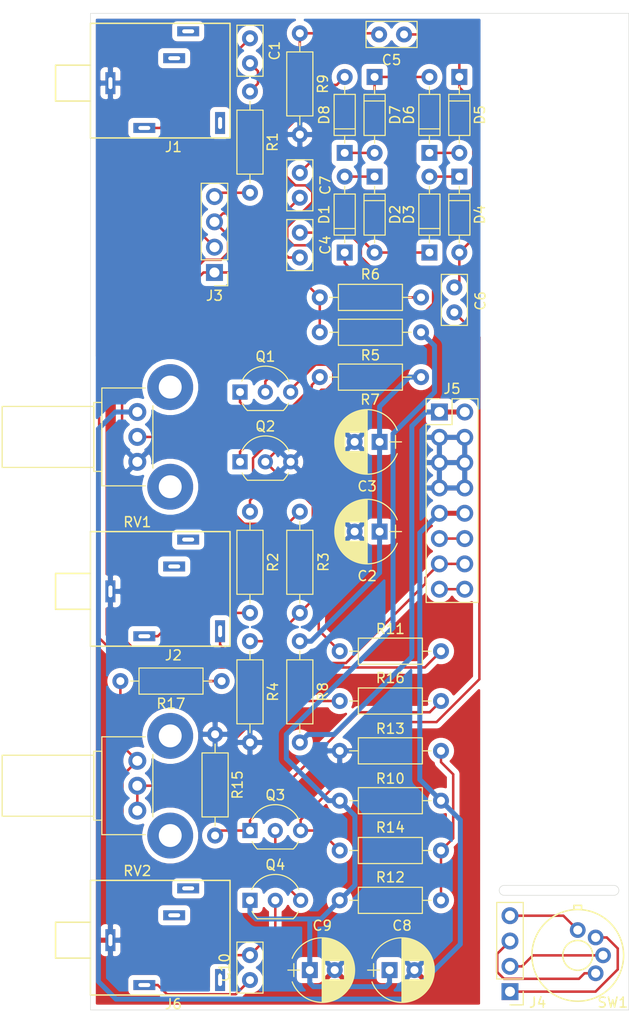
<source format=kicad_pcb>
(kicad_pcb (version 20171130) (host pcbnew "(5.1.5)-3")
  (layers (0 F.Cu signal) (31 B.Cu signal) (34 B.Paste user) (35 F.Paste user) (36 B.SilkS user) (37 F.SilkS user) (38 B.Mask user) (39 F.Mask user) (44 Edge.Cuts user))
  (net 0 "")
  (net 1 "Net-(C1-Pad1)")
  (net 2 "Net-(C1-Pad2)")
  (net 3 "Net-(C2-Pad1)")
  (net 4 GND)
  (net 5 "Net-(C4-Pad1)")
  (net 6 "Net-(C4-Pad2)")
  (net 7 "Net-(C5-Pad1)")
  (net 8 "Net-(C5-Pad2)")
  (net 9 "Net-(C6-Pad1)")
  (net 10 "Net-(C7-Pad1)")
  (net 11 "Net-(C8-Pad1)")
  (net 12 "Net-(C10-Pad2)")
  (net 13 "Net-(C10-Pad1)")
  (net 14 "Net-(D1-Pad2)")
  (net 15 "Net-(D1-Pad1)")
  (net 16 "Net-(D3-Pad2)")
  (net 17 "Net-(D5-Pad2)")
  (net 18 "Net-(D7-Pad2)")
  (net 19 "Net-(D8-Pad2)")
  (net 20 "Net-(J1-Pad2)")
  (net 21 "Net-(J2-Pad2)")
  (net 22 "Net-(J2-Pad3)")
  (net 23 "Net-(J3-Pad1)")
  (net 24 "Net-(J3-Pad4)")
  (net 25 "Net-(J4-Pad4)")
  (net 26 "Net-(J4-Pad3)")
  (net 27 "Net-(J4-Pad2)")
  (net 28 "Net-(J4-Pad1)")
  (net 29 "Net-(J5-Pad15)")
  (net 30 "Net-(J5-Pad11)")
  (net 31 "Net-(J5-Pad10)")
  (net 32 "Net-(J5-Pad1)")
  (net 33 "Net-(J6-Pad2)")
  (net 34 "Net-(Q1-Pad1)")
  (net 35 "Net-(Q3-Pad2)")
  (net 36 "Net-(R3-Pad2)")
  (net 37 "Net-(R12-Pad2)")
  (net 38 "Net-(R16-Pad1)")
  (net 39 "Net-(Q1-Pad3)")
  (net 40 "Net-(Q3-Pad1)")
  (module Potentiometers:Potentiometer_Bourns_PTV09A-2_Vertical (layer F.Cu) (at 4.7 75 180)
    (fp_text reference RV2 (at 0 -11.05) (layer F.SilkS))
    (fp_text value 1K)
    (pad 0 thru_hole circle (at -3.3 2.5 180) (size 4.6 4.6) (drill 2.3) (layers *.Cu *.Mask))
    (pad 0 thru_hole circle (at -3.3 -7.5 180) (size 4.6 4.6) (drill 2.3) (layers *.Cu *.Mask))
    (pad 1 thru_hole circle (at 0 0 180) (size 1.8 1.8) (drill 1) (layers *.Cu *.Mask) (net 12 "Net-(C10-Pad2)"))
    (pad 2 thru_hole circle (at 0 -2.5 180) (size 1.8 1.8) (drill 1) (layers *.Cu *.Mask) (net 38 "Net-(R16-Pad1)"))
    (pad 3 thru_hole circle (at 0 -5 180) (size 1.8 1.8) (drill 1) (layers *.Cu *.Mask) (net 38 "Net-(R16-Pad1)"))
  )
  (module Diodes_THT:D_DO-35_SOD27_P7.62mm_Horizontal (layer F.Cu) (at 25.5 24 90)
    (fp_text reference D1 (at 3.81 -2.06 90) (layer F.SilkS))
    (fp_text value 1N4148W)
    (pad 1 thru_hole rect (at 0 0 90) (size 1.6 1.6) (drill 0.8) (layers *.Cu *.Mask) (net 15 "Net-(D1-Pad1)"))
    (pad 2 thru_hole oval (at 7.62 0 90) (size 1.6 1.6) (drill 0.8) (layers *.Cu *.Mask) (net 14 "Net-(D1-Pad2)"))
  )
  (module Resistors_THT:R_Axial_DIN0207_L6.3mm_D2.5mm_P10.16mm_Horizontal (layer F.Cu) (at 33.16 32 180)
    (fp_text reference R5 (at 5.08 -2.31) (layer F.SilkS))
    (fp_text value 1K)
    (pad 2 thru_hole oval (at 10.16 0 180) (size 1.6 1.6) (drill 0.8) (layers *.Cu *.Mask) (net 23 "Net-(J3-Pad1)"))
    (pad 1 thru_hole circle (at 0 0 180) (size 1.6 1.6) (drill 0.8) (layers *.Cu *.Mask) (net 11 "Net-(C8-Pad1)"))
  )
  (module Pin_Headers:Pin_Header_Straight_1x04_Pitch2.54mm (layer F.Cu) (at 12.44 26 180)
    (fp_text reference J3 (at 0 -2.33) (layer F.SilkS))
    (fp_text value Conn_01x04)
    (pad 1 thru_hole rect (at 0 0 180) (size 1.7 1.7) (drill 1) (layers *.Cu *.Mask) (net 23 "Net-(J3-Pad1)"))
    (pad 2 thru_hole oval (at 0 2.54 180) (size 1.7 1.7) (drill 1) (layers *.Cu *.Mask) (net 8 "Net-(C5-Pad2)"))
    (pad 3 thru_hole oval (at 0 5.08 180) (size 1.7 1.7) (drill 1) (layers *.Cu *.Mask) (net 6 "Net-(C4-Pad2)"))
    (pad 4 thru_hole oval (at 0 7.62 180) (size 1.7 1.7) (drill 1) (layers *.Cu *.Mask) (net 24 "Net-(J3-Pad4)"))
  )
  (module Capacitors_THT:C_Disc_D5.0mm_W2.5mm_P2.50mm (layer F.Cu) (at 16 5 90)
    (fp_text reference C1 (at 1.25222 2.47142 90) (layer F.SilkS))
    (fp_text value 10uF)
    (pad 1 thru_hole circle (at 0 0 90) (size 1.6 1.6) (drill 0.8) (layers *.Cu *.Mask) (net 1 "Net-(C1-Pad1)"))
    (pad 2 thru_hole circle (at 2.5 0 90) (size 1.6 1.6) (drill 0.8) (layers *.Cu *.Mask) (net 2 "Net-(C1-Pad2)"))
  )
  (module Custom_Library:Mono_Jack_3.5mm_Switch_Switchcraft_35RAPC2AH3 (layer F.Cu) (at 0 7)
    (fp_text reference J1 (at 8.3185 6.4135) (layer F.SilkS))
    (fp_text value AudioJack1_Switch)
    (pad 1 thru_hole rect (at 2 0) (size 1 2.2) (drill oval 0.4 1.2) (layers *.Cu *.Mask) (net 4 GND))
    (pad 3 thru_hole rect (at 5.4 4.5) (size 2.2 1) (drill oval 1.2 0.4) (layers *.Cu *.Mask) (net 2 "Net-(C1-Pad2)"))
    (pad 2 thru_hole rect (at 13 4) (size 1 2.2) (drill oval 0.4 1.2) (layers *.Cu *.Mask) (net 20 "Net-(J1-Pad2)"))
    (pad ~ thru_hole rect (at 8.4 -2.5) (size 2.2 1) (drill oval 1.2 0.4) (layers *.Cu *.Mask))
    (pad ~ thru_hole rect (at 9.8 -5.2) (size 2.2 1) (drill oval 1.2 0.4) (layers *.Cu *.Mask))
  )
  (module Custom_Library:Mono_Jack_3.5mm_Switch_Switchcraft_35RAPC2AH3 (layer F.Cu) (at 0 58)
    (fp_text reference J2 (at 8.3185 6.4135) (layer F.SilkS))
    (fp_text value AudioJack1_Switch)
    (pad ~ thru_hole rect (at 9.8 -5.2) (size 2.2 1) (drill oval 1.2 0.4) (layers *.Cu *.Mask))
    (pad ~ thru_hole rect (at 8.4 -2.5) (size 2.2 1) (drill oval 1.2 0.4) (layers *.Cu *.Mask))
    (pad 2 thru_hole rect (at 13 4) (size 1 2.2) (drill oval 0.4 1.2) (layers *.Cu *.Mask) (net 21 "Net-(J2-Pad2)"))
    (pad 3 thru_hole rect (at 5.4 4.5) (size 2.2 1) (drill oval 1.2 0.4) (layers *.Cu *.Mask) (net 22 "Net-(J2-Pad3)"))
    (pad 1 thru_hole rect (at 2 0) (size 1 2.2) (drill oval 0.4 1.2) (layers *.Cu *.Mask) (net 4 GND))
  )
  (module Pin_Headers:Pin_Header_Straight_1x04_Pitch2.54mm (layer F.Cu) (at 42.08018 98.16338 180)
    (fp_text reference J4 (at -2.77114 -1.09982) (layer F.SilkS))
    (fp_text value Conn_01x04)
    (pad 4 thru_hole oval (at 0 7.62 180) (size 1.7 1.7) (drill 1) (layers *.Cu *.Mask) (net 25 "Net-(J4-Pad4)"))
    (pad 3 thru_hole oval (at 0 5.08 180) (size 1.7 1.7) (drill 1) (layers *.Cu *.Mask) (net 26 "Net-(J4-Pad3)"))
    (pad 2 thru_hole oval (at 0 2.54 180) (size 1.7 1.7) (drill 1) (layers *.Cu *.Mask) (net 27 "Net-(J4-Pad2)"))
    (pad 1 thru_hole rect (at 0 0 180) (size 1.7 1.7) (drill 1) (layers *.Cu *.Mask) (net 28 "Net-(J4-Pad1)"))
  )
  (module Pin_Headers:Pin_Header_Straight_2x08_Pitch2.54mm (layer F.Cu) (at 35 40)
    (fp_text reference J5 (at 1.27 -2.33) (layer F.SilkS))
    (fp_text value Conn_02x08_Odd_Even)
    (pad 16 thru_hole oval (at 2.54 17.78) (size 1.7 1.7) (drill 1) (layers *.Cu *.Mask) (net 29 "Net-(J5-Pad15)"))
    (pad 15 thru_hole oval (at 0 17.78) (size 1.7 1.7) (drill 1) (layers *.Cu *.Mask) (net 29 "Net-(J5-Pad15)"))
    (pad 14 thru_hole oval (at 2.54 15.24) (size 1.7 1.7) (drill 1) (layers *.Cu *.Mask) (net 21 "Net-(J2-Pad2)"))
    (pad 13 thru_hole oval (at 0 15.24) (size 1.7 1.7) (drill 1) (layers *.Cu *.Mask) (net 21 "Net-(J2-Pad2)"))
    (pad 12 thru_hole oval (at 2.54 12.7) (size 1.7 1.7) (drill 1) (layers *.Cu *.Mask) (net 30 "Net-(J5-Pad11)"))
    (pad 11 thru_hole oval (at 0 12.7) (size 1.7 1.7) (drill 1) (layers *.Cu *.Mask) (net 30 "Net-(J5-Pad11)"))
    (pad 10 thru_hole oval (at 2.54 10.16) (size 1.7 1.7) (drill 1) (layers *.Cu *.Mask) (net 31 "Net-(J5-Pad10)"))
    (pad 9 thru_hole oval (at 0 10.16) (size 1.7 1.7) (drill 1) (layers *.Cu *.Mask) (net 31 "Net-(J5-Pad10)"))
    (pad 8 thru_hole oval (at 2.54 7.62) (size 1.7 1.7) (drill 1) (layers *.Cu *.Mask) (net 4 GND))
    (pad 7 thru_hole oval (at 0 7.62) (size 1.7 1.7) (drill 1) (layers *.Cu *.Mask) (net 4 GND))
    (pad 6 thru_hole oval (at 2.54 5.08) (size 1.7 1.7) (drill 1) (layers *.Cu *.Mask) (net 4 GND))
    (pad 5 thru_hole oval (at 0 5.08) (size 1.7 1.7) (drill 1) (layers *.Cu *.Mask) (net 4 GND))
    (pad 4 thru_hole oval (at 2.54 2.54) (size 1.7 1.7) (drill 1) (layers *.Cu *.Mask) (net 4 GND))
    (pad 3 thru_hole oval (at 0 2.54) (size 1.7 1.7) (drill 1) (layers *.Cu *.Mask) (net 4 GND))
    (pad 2 thru_hole oval (at 2.54 0) (size 1.7 1.7) (drill 1) (layers *.Cu *.Mask) (net 32 "Net-(J5-Pad1)"))
    (pad 1 thru_hole rect (at 0 0) (size 1.7 1.7) (drill 1) (layers *.Cu *.Mask) (net 32 "Net-(J5-Pad1)"))
  )
  (module Custom_Library:Mono_Jack_3.5mm_Switch_Switchcraft_35RAPC2AH3 (layer F.Cu) (at 0 93)
    (fp_text reference J6 (at 8.3185 6.4135) (layer F.SilkS))
    (fp_text value AudioJack1_Switch)
    (pad 1 thru_hole rect (at 2 0) (size 1 2.2) (drill oval 0.4 1.2) (layers *.Cu *.Mask) (net 4 GND))
    (pad 3 thru_hole rect (at 5.4 4.5) (size 2.2 1) (drill oval 1.2 0.4) (layers *.Cu *.Mask) (net 13 "Net-(C10-Pad1)"))
    (pad 2 thru_hole rect (at 13 4) (size 1 2.2) (drill oval 0.4 1.2) (layers *.Cu *.Mask) (net 33 "Net-(J6-Pad2)"))
    (pad ~ thru_hole rect (at 8.4 -2.5) (size 2.2 1) (drill oval 1.2 0.4) (layers *.Cu *.Mask))
    (pad ~ thru_hole rect (at 9.8 -5.2) (size 2.2 1) (drill oval 1.2 0.4) (layers *.Cu *.Mask))
  )
  (module Potentiometers:Potentiometer_Bourns_PTV09A-2_Vertical (layer F.Cu) (at 4.7 40 180)
    (fp_text reference RV1 (at 0 -11.05) (layer F.SilkS))
    (fp_text value 1K)
    (pad 3 thru_hole circle (at 0 -5 180) (size 1.8 1.8) (drill 1) (layers *.Cu *.Mask) (net 4 GND))
    (pad 2 thru_hole circle (at 0 -2.5 180) (size 1.8 1.8) (drill 1) (layers *.Cu *.Mask) (net 36 "Net-(R3-Pad2)"))
    (pad 1 thru_hole circle (at 0 0 180) (size 1.8 1.8) (drill 1) (layers *.Cu *.Mask) (net 31 "Net-(J5-Pad10)"))
    (pad 0 thru_hole circle (at -3.3 -7.5 180) (size 4.6 4.6) (drill 2.3) (layers *.Cu *.Mask))
    (pad 0 thru_hole circle (at -3.3 2.5 180) (size 4.6 4.6) (drill 2.3) (layers *.Cu *.Mask))
  )
  (module Custom_Library:MR-13-A4 (layer F.Cu) (at 48.87722 94.52356)
    (fp_text reference SW1 (at 3.5052 4.72948) (layer F.SilkS))
    (fp_text value MR-13-A4)
    (pad C thru_hole circle (at 0 -2.54) (size 1.58 1.58) (drill 0.9) (layers *.Cu *.Mask) (net 25 "Net-(J4-Pad4)"))
    (pad 1 thru_hole circle (at 1.7961 -1.7961) (size 1.58 1.58) (drill 0.9) (layers *.Cu *.Mask) (net 28 "Net-(J4-Pad1)"))
    (pad 2 thru_hole circle (at 2.54 0) (size 1.58 1.58) (drill 0.9) (layers *.Cu *.Mask) (net 27 "Net-(J4-Pad2)"))
    (pad 3 thru_hole circle (at 1.7961 1.7961) (size 1.58 1.58) (drill 0.9) (layers *.Cu *.Mask) (net 26 "Net-(J4-Pad3)"))
  )
  (module Capacitors_THT:CP_Radial_D6.3mm_P2.50mm (layer F.Cu) (at 29 52 180)
    (fp_text reference C2 (at 1.25 -4.46) (layer F.SilkS))
    (fp_text value 100uF)
    (pad 2 thru_hole circle (at 2.5 0 180) (size 1.6 1.6) (drill 0.8) (layers *.Cu *.Mask) (net 4 GND))
    (pad 1 thru_hole rect (at 0 0 180) (size 1.6 1.6) (drill 0.8) (layers *.Cu *.Mask) (net 3 "Net-(C2-Pad1)"))
  )
  (module Capacitors_THT:CP_Radial_D6.3mm_P2.50mm (layer F.Cu) (at 29 43 180)
    (fp_text reference C3 (at 1.25 -4.46) (layer F.SilkS))
    (fp_text value 100uF)
    (pad 1 thru_hole rect (at 0 0 180) (size 1.6 1.6) (drill 0.8) (layers *.Cu *.Mask) (net 3 "Net-(C2-Pad1)"))
    (pad 2 thru_hole circle (at 2.5 0 180) (size 1.6 1.6) (drill 0.8) (layers *.Cu *.Mask) (net 4 GND))
  )
  (module Capacitors_THT:C_Disc_D5.0mm_W2.5mm_P2.50mm (layer F.Cu) (at 21 22 270)
    (fp_text reference C4 (at 1.25 -2.56 90) (layer F.SilkS))
    (fp_text value 0.47uF)
    (pad 2 thru_hole circle (at 2.5 0 270) (size 1.6 1.6) (drill 0.8) (layers *.Cu *.Mask) (net 6 "Net-(C4-Pad2)"))
    (pad 1 thru_hole circle (at 0 0 270) (size 1.6 1.6) (drill 0.8) (layers *.Cu *.Mask) (net 5 "Net-(C4-Pad1)"))
  )
  (module Capacitors_THT:C_Disc_D5.0mm_W2.5mm_P2.50mm (layer F.Cu) (at 31.45282 2.11582 180)
    (fp_text reference C5 (at 1.25 -2.56) (layer F.SilkS))
    (fp_text value 0.47uF)
    (pad 1 thru_hole circle (at 0 0 180) (size 1.6 1.6) (drill 0.8) (layers *.Cu *.Mask) (net 7 "Net-(C5-Pad1)"))
    (pad 2 thru_hole circle (at 2.5 0 180) (size 1.6 1.6) (drill 0.8) (layers *.Cu *.Mask) (net 8 "Net-(C5-Pad2)"))
  )
  (module Capacitors_THT:C_Disc_D5.0mm_W2.5mm_P2.50mm (layer F.Cu) (at 36.5 30 90)
    (fp_text reference C6 (at 1.15316 2.61112 90) (layer F.SilkS))
    (fp_text value 0.1uF)
    (pad 2 thru_hole circle (at 2.5 0 90) (size 1.6 1.6) (drill 0.8) (layers *.Cu *.Mask) (net 7 "Net-(C5-Pad1)"))
    (pad 1 thru_hole circle (at 0 0 90) (size 1.6 1.6) (drill 0.8) (layers *.Cu *.Mask) (net 9 "Net-(C6-Pad1)"))
  )
  (module Capacitors_THT:C_Disc_D5.0mm_W2.5mm_P2.50mm (layer F.Cu) (at 21 16 270)
    (fp_text reference C7 (at 1.25 -2.56 90) (layer F.SilkS))
    (fp_text value 0.47uF)
    (pad 1 thru_hole circle (at 0 0 270) (size 1.6 1.6) (drill 0.8) (layers *.Cu *.Mask) (net 10 "Net-(C7-Pad1)"))
    (pad 2 thru_hole circle (at 2.5 0 270) (size 1.6 1.6) (drill 0.8) (layers *.Cu *.Mask) (net 6 "Net-(C4-Pad2)"))
  )
  (module Capacitors_THT:CP_Radial_D6.3mm_P2.50mm (layer F.Cu) (at 30 96)
    (fp_text reference C8 (at 1.25 -4.46) (layer F.SilkS))
    (fp_text value 100uF)
    (pad 2 thru_hole circle (at 2.5 0) (size 1.6 1.6) (drill 0.8) (layers *.Cu *.Mask) (net 4 GND))
    (pad 1 thru_hole rect (at 0 0) (size 1.6 1.6) (drill 0.8) (layers *.Cu *.Mask) (net 11 "Net-(C8-Pad1)"))
  )
  (module Capacitors_THT:CP_Radial_D6.3mm_P2.50mm (layer F.Cu) (at 22 96)
    (fp_text reference C9 (at 1.25 -4.46) (layer F.SilkS))
    (fp_text value 100uF)
    (pad 1 thru_hole rect (at 0 0) (size 1.6 1.6) (drill 0.8) (layers *.Cu *.Mask) (net 11 "Net-(C8-Pad1)"))
    (pad 2 thru_hole circle (at 2.5 0) (size 1.6 1.6) (drill 0.8) (layers *.Cu *.Mask) (net 4 GND))
  )
  (module Capacitors_THT:C_Disc_D5.0mm_W2.5mm_P2.50mm (layer F.Cu) (at 16 97 90)
    (fp_text reference C10 (at 1.25 -2.56 90) (layer F.SilkS))
    (fp_text value 10uF)
    (pad 2 thru_hole circle (at 2.5 0 90) (size 1.6 1.6) (drill 0.8) (layers *.Cu *.Mask) (net 12 "Net-(C10-Pad2)"))
    (pad 1 thru_hole circle (at 0 0 90) (size 1.6 1.6) (drill 0.8) (layers *.Cu *.Mask) (net 13 "Net-(C10-Pad1)"))
  )
  (module Diodes_THT:D_DO-35_SOD27_P7.62mm_Horizontal (layer F.Cu) (at 28.5 16.38 270)
    (fp_text reference D2 (at 3.81 -2.06 90) (layer F.SilkS))
    (fp_text value 1N4148W)
    (pad 2 thru_hole oval (at 7.62 0 270) (size 1.6 1.6) (drill 0.8) (layers *.Cu *.Mask) (net 5 "Net-(C4-Pad1)"))
    (pad 1 thru_hole rect (at 0 0 270) (size 1.6 1.6) (drill 0.8) (layers *.Cu *.Mask) (net 14 "Net-(D1-Pad2)"))
  )
  (module Diodes_THT:D_DO-35_SOD27_P7.62mm_Horizontal (layer F.Cu) (at 34 24 90)
    (fp_text reference D3 (at 3.81 -2.06 90) (layer F.SilkS))
    (fp_text value 1N4148W)
    (pad 2 thru_hole oval (at 7.62 0 90) (size 1.6 1.6) (drill 0.8) (layers *.Cu *.Mask) (net 16 "Net-(D3-Pad2)"))
    (pad 1 thru_hole rect (at 0 0 90) (size 1.6 1.6) (drill 0.8) (layers *.Cu *.Mask) (net 5 "Net-(C4-Pad1)"))
  )
  (module Diodes_THT:D_DO-35_SOD27_P7.62mm_Horizontal (layer F.Cu) (at 37 16.38 270)
    (fp_text reference D4 (at 3.81 -2.06 90) (layer F.SilkS))
    (fp_text value 1N4148W)
    (pad 2 thru_hole oval (at 7.62 0 270) (size 1.6 1.6) (drill 0.8) (layers *.Cu *.Mask) (net 7 "Net-(C5-Pad1)"))
    (pad 1 thru_hole rect (at 0 0 270) (size 1.6 1.6) (drill 0.8) (layers *.Cu *.Mask) (net 16 "Net-(D3-Pad2)"))
  )
  (module Diodes_THT:D_DO-35_SOD27_P7.62mm_Horizontal (layer F.Cu) (at 37 6.38 270)
    (fp_text reference D5 (at 3.81 -2.06 90) (layer F.SilkS))
    (fp_text value 1N4148W)
    (pad 1 thru_hole rect (at 0 0 270) (size 1.6 1.6) (drill 0.8) (layers *.Cu *.Mask) (net 7 "Net-(C5-Pad1)"))
    (pad 2 thru_hole oval (at 7.62 0 270) (size 1.6 1.6) (drill 0.8) (layers *.Cu *.Mask) (net 17 "Net-(D5-Pad2)"))
  )
  (module Diodes_THT:D_DO-35_SOD27_P7.62mm_Horizontal (layer F.Cu) (at 34 14 90)
    (fp_text reference D6 (at 3.81 -2.06 90) (layer F.SilkS))
    (fp_text value 1N4148W)
    (pad 1 thru_hole rect (at 0 0 90) (size 1.6 1.6) (drill 0.8) (layers *.Cu *.Mask) (net 17 "Net-(D5-Pad2)"))
    (pad 2 thru_hole oval (at 7.62 0 90) (size 1.6 1.6) (drill 0.8) (layers *.Cu *.Mask) (net 10 "Net-(C7-Pad1)"))
  )
  (module Diodes_THT:D_DO-35_SOD27_P7.62mm_Horizontal (layer F.Cu) (at 28.5 6.38 270)
    (fp_text reference D7 (at 3.81 -2.06 90) (layer F.SilkS))
    (fp_text value 1N4148W)
    (pad 1 thru_hole rect (at 0 0 270) (size 1.6 1.6) (drill 0.8) (layers *.Cu *.Mask) (net 10 "Net-(C7-Pad1)"))
    (pad 2 thru_hole oval (at 7.62 0 270) (size 1.6 1.6) (drill 0.8) (layers *.Cu *.Mask) (net 18 "Net-(D7-Pad2)"))
  )
  (module Diodes_THT:D_DO-35_SOD27_P7.62mm_Horizontal (layer F.Cu) (at 25.5 14 90)
    (fp_text reference D8 (at 3.81 -2.06 90) (layer F.SilkS))
    (fp_text value 1N4148W)
    (pad 2 thru_hole oval (at 7.62 0 90) (size 1.6 1.6) (drill 0.8) (layers *.Cu *.Mask) (net 19 "Net-(D8-Pad2)"))
    (pad 1 thru_hole rect (at 0 0 90) (size 1.6 1.6) (drill 0.8) (layers *.Cu *.Mask) (net 18 "Net-(D7-Pad2)"))
  )
  (module TO_SOT_Packages_THT:TO-92_Inline_Wide (layer F.Cu) (at 15 38)
    (fp_text reference Q1 (at 2.54 -3.56 180) (layer F.SilkS))
    (fp_text value 2N5172)
    (pad 2 thru_hole circle (at 2.54 0 90) (size 1.52 1.52) (drill 0.8) (layers *.Cu *.Mask) (net 15 "Net-(D1-Pad1)"))
    (pad 3 thru_hole circle (at 5.08 0 90) (size 1.52 1.52) (drill 0.8) (layers *.Cu *.Mask) (net 39 "Net-(Q1-Pad3)"))
    (pad 1 thru_hole rect (at 0 0 90) (size 1.52 1.52) (drill 0.8) (layers *.Cu *.Mask) (net 34 "Net-(Q1-Pad1)"))
  )
  (module TO_SOT_Packages_THT:TO-92_Inline_Wide (layer F.Cu) (at 15 45)
    (fp_text reference Q2 (at 2.54 -3.56 180) (layer F.SilkS))
    (fp_text value 2N5172)
    (pad 1 thru_hole rect (at 0 0 90) (size 1.52 1.52) (drill 0.8) (layers *.Cu *.Mask) (net 34 "Net-(Q1-Pad1)"))
    (pad 3 thru_hole circle (at 5.08 0 90) (size 1.52 1.52) (drill 0.8) (layers *.Cu *.Mask) (net 4 GND))
    (pad 2 thru_hole circle (at 2.54 0 90) (size 1.52 1.52) (drill 0.8) (layers *.Cu *.Mask) (net 19 "Net-(D8-Pad2)"))
  )
  (module TO_SOT_Packages_THT:TO-92_Inline_Wide (layer F.Cu) (at 16 82)
    (fp_text reference Q3 (at 2.54 -3.56 180) (layer F.SilkS))
    (fp_text value 2N5172)
    (pad 1 thru_hole rect (at 0 0 90) (size 1.52 1.52) (drill 0.8) (layers *.Cu *.Mask) (net 40 "Net-(Q3-Pad1)"))
    (pad 3 thru_hole circle (at 5.08 0 90) (size 1.52 1.52) (drill 0.8) (layers *.Cu *.Mask) (net 9 "Net-(C6-Pad1)"))
    (pad 2 thru_hole circle (at 2.54 0 90) (size 1.52 1.52) (drill 0.8) (layers *.Cu *.Mask) (net 35 "Net-(Q3-Pad2)"))
  )
  (module TO_SOT_Packages_THT:TO-92_Inline_Wide (layer F.Cu) (at 16 89)
    (fp_text reference Q4 (at 2.54 -3.56 180) (layer F.SilkS))
    (fp_text value 2N5172)
    (pad 2 thru_hole circle (at 2.54 0 90) (size 1.52 1.52) (drill 0.8) (layers *.Cu *.Mask) (net 12 "Net-(C10-Pad2)"))
    (pad 3 thru_hole circle (at 5.08 0 90) (size 1.52 1.52) (drill 0.8) (layers *.Cu *.Mask) (net 35 "Net-(Q3-Pad2)"))
    (pad 1 thru_hole rect (at 0 0 90) (size 1.52 1.52) (drill 0.8) (layers *.Cu *.Mask) (net 11 "Net-(C8-Pad1)"))
  )
  (module Resistors_THT:R_Axial_DIN0207_L6.3mm_D2.5mm_P10.16mm_Horizontal (layer F.Cu) (at 16 18 90)
    (fp_text reference R1 (at 5.08508 2.26568 90) (layer F.SilkS))
    (fp_text value 47K)
    (pad 1 thru_hole circle (at 0 0 90) (size 1.6 1.6) (drill 0.8) (layers *.Cu *.Mask) (net 24 "Net-(J3-Pad4)"))
    (pad 2 thru_hole oval (at 10.16 0 90) (size 1.6 1.6) (drill 0.8) (layers *.Cu *.Mask) (net 1 "Net-(C1-Pad1)"))
  )
  (module Resistors_THT:R_Axial_DIN0207_L6.3mm_D2.5mm_P10.16mm_Horizontal (layer F.Cu) (at 16 50 270)
    (fp_text reference R2 (at 5.08 -2.31 90) (layer F.SilkS))
    (fp_text value 47K)
    (pad 2 thru_hole oval (at 10.16 0 270) (size 1.6 1.6) (drill 0.8) (layers *.Cu *.Mask) (net 22 "Net-(J2-Pad3)"))
    (pad 1 thru_hole circle (at 0 0 270) (size 1.6 1.6) (drill 0.8) (layers *.Cu *.Mask) (net 39 "Net-(Q1-Pad3)"))
  )
  (module Resistors_THT:R_Axial_DIN0207_L6.3mm_D2.5mm_P10.16mm_Horizontal (layer F.Cu) (at 21 60.16 90)
    (fp_text reference R3 (at 5.10032 2.36982 90) (layer F.SilkS))
    (fp_text value 47K)
    (pad 2 thru_hole oval (at 10.16 0 90) (size 1.6 1.6) (drill 0.8) (layers *.Cu *.Mask) (net 36 "Net-(R3-Pad2)"))
    (pad 1 thru_hole circle (at 0 0 90) (size 1.6 1.6) (drill 0.8) (layers *.Cu *.Mask) (net 39 "Net-(Q1-Pad3)"))
  )
  (module Resistors_THT:R_Axial_DIN0207_L6.3mm_D2.5mm_P10.16mm_Horizontal (layer F.Cu) (at 16 63 270)
    (fp_text reference R4 (at 5.08 -2.31 90) (layer F.SilkS))
    (fp_text value 1K)
    (pad 1 thru_hole circle (at 0 0 270) (size 1.6 1.6) (drill 0.8) (layers *.Cu *.Mask) (net 39 "Net-(Q1-Pad3)"))
    (pad 2 thru_hole oval (at 10.16 0 270) (size 1.6 1.6) (drill 0.8) (layers *.Cu *.Mask) (net 4 GND))
  )
  (module Resistors_THT:R_Axial_DIN0207_L6.3mm_D2.5mm_P10.16mm_Horizontal (layer F.Cu) (at 23 28.5)
    (fp_text reference R6 (at 5.08 -2.31) (layer F.SilkS))
    (fp_text value 2K)
    (pad 1 thru_hole circle (at 0 0) (size 1.6 1.6) (drill 0.8) (layers *.Cu *.Mask) (net 23 "Net-(J3-Pad1)"))
    (pad 2 thru_hole oval (at 10.16 0) (size 1.6 1.6) (drill 0.8) (layers *.Cu *.Mask) (net 15 "Net-(D1-Pad1)"))
  )
  (module Resistors_THT:R_Axial_DIN0207_L6.3mm_D2.5mm_P10.16mm_Horizontal (layer F.Cu) (at 23 36.5)
    (fp_text reference R7 (at 5.04698 2.2604) (layer F.SilkS))
    (fp_text value 5.6K)
    (pad 2 thru_hole oval (at 10.16 0) (size 1.6 1.6) (drill 0.8) (layers *.Cu *.Mask) (net 3 "Net-(C2-Pad1)"))
    (pad 1 thru_hole circle (at 0 0) (size 1.6 1.6) (drill 0.8) (layers *.Cu *.Mask) (net 34 "Net-(Q1-Pad1)"))
  )
  (module Resistors_THT:R_Axial_DIN0207_L6.3mm_D2.5mm_P10.16mm_Horizontal (layer F.Cu) (at 21 73.16 90)
    (fp_text reference R8 (at 5.08 2.3045 90) (layer F.SilkS))
    (fp_text value 82)
    (pad 1 thru_hole circle (at 0 0 90) (size 1.6 1.6) (drill 0.8) (layers *.Cu *.Mask) (net 32 "Net-(J5-Pad1)"))
    (pad 2 thru_hole oval (at 10.16 0 90) (size 1.6 1.6) (drill 0.8) (layers *.Cu *.Mask) (net 3 "Net-(C2-Pad1)"))
  )
  (module Resistors_THT:R_Axial_DIN0207_L6.3mm_D2.5mm_P10.16mm_Horizontal (layer F.Cu) (at 21 2 270)
    (fp_text reference R9 (at 5.08 -2.31 90) (layer F.SilkS))
    (fp_text value 1K)
    (pad 2 thru_hole oval (at 10.16 0 270) (size 1.6 1.6) (drill 0.8) (layers *.Cu *.Mask) (net 4 GND))
    (pad 1 thru_hole circle (at 0 0 270) (size 1.6 1.6) (drill 0.8) (layers *.Cu *.Mask) (net 8 "Net-(C5-Pad2)"))
  )
  (module Resistors_THT:R_Axial_DIN0207_L6.3mm_D2.5mm_P10.16mm_Horizontal (layer F.Cu) (at 35.16 79 180)
    (fp_text reference R10 (at 5.08254 2.21488) (layer F.SilkS))
    (fp_text value 360)
    (pad 2 thru_hole oval (at 10.16 0 180) (size 1.6 1.6) (drill 0.8) (layers *.Cu *.Mask) (net 11 "Net-(C8-Pad1)"))
    (pad 1 thru_hole circle (at 0 0 180) (size 1.6 1.6) (drill 0.8) (layers *.Cu *.Mask) (net 31 "Net-(J5-Pad10)"))
  )
  (module Resistors_THT:R_Axial_DIN0207_L6.3mm_D2.5mm_P10.16mm_Horizontal (layer F.Cu) (at 35.16 64 180)
    (fp_text reference R11 (at 5.08 2.23012) (layer F.SilkS))
    (fp_text value 2K)
    (pad 2 thru_hole oval (at 10.16 0 180) (size 1.6 1.6) (drill 0.8) (layers *.Cu *.Mask) (net 19 "Net-(D8-Pad2)"))
    (pad 1 thru_hole circle (at 0 0 180) (size 1.6 1.6) (drill 0.8) (layers *.Cu *.Mask) (net 23 "Net-(J3-Pad1)"))
  )
  (module Resistors_THT:R_Axial_DIN0207_L6.3mm_D2.5mm_P10.16mm_Horizontal (layer F.Cu) (at 25 89)
    (fp_text reference R12 (at 5.08 -2.31) (layer F.SilkS))
    (fp_text value 82K)
    (pad 1 thru_hole circle (at 0 0) (size 1.6 1.6) (drill 0.8) (layers *.Cu *.Mask) (net 11 "Net-(C8-Pad1)"))
    (pad 2 thru_hole oval (at 10.16 0) (size 1.6 1.6) (drill 0.8) (layers *.Cu *.Mask) (net 37 "Net-(R12-Pad2)"))
  )
  (module Resistors_THT:R_Axial_DIN0207_L6.3mm_D2.5mm_P10.16mm_Horizontal (layer F.Cu) (at 35.16 74 180)
    (fp_text reference R13 (at 5.08 2.2225) (layer F.SilkS))
    (fp_text value 1K)
    (pad 1 thru_hole circle (at 0 0 180) (size 1.6 1.6) (drill 0.8) (layers *.Cu *.Mask) (net 37 "Net-(R12-Pad2)"))
    (pad 2 thru_hole oval (at 10.16 0 180) (size 1.6 1.6) (drill 0.8) (layers *.Cu *.Mask) (net 4 GND))
  )
  (module Resistors_THT:R_Axial_DIN0207_L6.3mm_D2.5mm_P10.16mm_Horizontal (layer F.Cu) (at 25 84)
    (fp_text reference R14 (at 5.08 -2.31) (layer F.SilkS))
    (fp_text value 3.3M)
    (pad 2 thru_hole oval (at 10.16 0) (size 1.6 1.6) (drill 0.8) (layers *.Cu *.Mask) (net 37 "Net-(R12-Pad2)"))
    (pad 1 thru_hole circle (at 0 0) (size 1.6 1.6) (drill 0.8) (layers *.Cu *.Mask) (net 9 "Net-(C6-Pad1)"))
  )
  (module Resistors_THT:R_Axial_DIN0207_L6.3mm_D2.5mm_P10.16mm_Horizontal (layer F.Cu) (at 12.5 82.5 90)
    (fp_text reference R15 (at 5.08508 2.25044 90) (layer F.SilkS))
    (fp_text value 2K)
    (pad 1 thru_hole circle (at 0 0 90) (size 1.6 1.6) (drill 0.8) (layers *.Cu *.Mask) (net 40 "Net-(Q3-Pad1)"))
    (pad 2 thru_hole oval (at 10.16 0 90) (size 1.6 1.6) (drill 0.8) (layers *.Cu *.Mask) (net 4 GND))
  )
  (module Resistors_THT:R_Axial_DIN0207_L6.3mm_D2.5mm_P10.16mm_Horizontal (layer F.Cu) (at 25 69)
    (fp_text reference R16 (at 5.08 -2.31) (layer F.SilkS))
    (fp_text value 1.8K)
    (pad 2 thru_hole oval (at 10.16 0) (size 1.6 1.6) (drill 0.8) (layers *.Cu *.Mask) (net 40 "Net-(Q3-Pad1)"))
    (pad 1 thru_hole circle (at 0 0) (size 1.6 1.6) (drill 0.8) (layers *.Cu *.Mask) (net 38 "Net-(R16-Pad1)"))
  )
  (module Resistors_THT:R_Axial_DIN0207_L6.3mm_D2.5mm_P10.16mm_Horizontal (layer F.Cu) (at 3 67)
    (fp_text reference R17 (at 5.06984 2.2606) (layer F.SilkS))
    (fp_text value 1K)
    (pad 1 thru_hole circle (at 0 0) (size 1.6 1.6) (drill 0.8) (layers *.Cu *.Mask) (net 12 "Net-(C10-Pad2)"))
    (pad 2 thru_hole oval (at 10.16 0) (size 1.6 1.6) (drill 0.8) (layers *.Cu *.Mask) (net 6 "Net-(C4-Pad2)"))
  )
  (gr_arc (start 52.5 88) (end 52.5 88.5) (angle -179.5) (layer Edge.Cuts) (width 0.05))
  (gr_arc (start 41.5 88) (end 41.5 88.5) (angle 180) (layer Edge.Cuts) (width 0.05))
  (gr_line (start 52.5 87.5) (end 41.5 87.5) (layer Edge.Cuts) (width 0.05))
  (gr_line (start 41.5 88.5) (end 52.5 88.5) (layer Edge.Cuts) (width 0.05))
  (gr_line (start 54 0) (end 54 100) (layer Edge.Cuts) (width 0.05))
  (gr_line (start 0 100) (end 54 100) (layer Edge.Cuts) (width 0.05))
  (gr_line (start 0 0) (end 54 0) (layer Edge.Cuts) (width 0.05))
  (gr_line (start 0 0) (end 0 100) (layer Edge.Cuts) (width 0.05))
  (segment (start 16.799999 5.799999) (end 16.799999 7.040001) (width 0.25) (layer F.Cu) (net 1))
  (segment (start 16.799999 7.040001) (end 16 7.84) (width 0.25) (layer F.Cu) (net 1))
  (segment (start 16 5) (end 16.799999 5.799999) (width 0.25) (layer F.Cu) (net 1))
  (segment (start 7 11.5) (end 16 2.5) (width 0.25) (layer F.Cu) (net 2))
  (segment (start 5.4 11.5) (end 7 11.5) (width 0.25) (layer F.Cu) (net 2))
  (segment (start 33.16 36.5) (end 31.95808 36.5) (width 0.5) (layer B.Cu) (net 3))
  (segment (start 29 39.45808) (end 29 43) (width 0.5) (layer B.Cu) (net 3))
  (segment (start 31.95808 36.5) (end 29 39.45808) (width 0.5) (layer B.Cu) (net 3))
  (segment (start 29 44.3) (end 29 52) (width 0.5) (layer B.Cu) (net 3))
  (segment (start 29 43) (end 29 44.3) (width 0.5) (layer B.Cu) (net 3))
  (segment (start 29 53.3) (end 29 52) (width 0.5) (layer B.Cu) (net 3))
  (segment (start 22.13137 63) (end 29 56.13137) (width 0.5) (layer B.Cu) (net 3))
  (segment (start 29 56.13137) (end 29 53.3) (width 0.5) (layer B.Cu) (net 3))
  (segment (start 21 63) (end 22.13137 63) (width 0.5) (layer B.Cu) (net 3))
  (segment (start 32.95 24) (end 28.5 24) (width 0.25) (layer F.Cu) (net 5))
  (segment (start 34 24) (end 32.95 24) (width 0.25) (layer F.Cu) (net 5))
  (segment (start 26.5 22) (end 28.5 24) (width 0.25) (layer F.Cu) (net 5))
  (segment (start 21 22) (end 26.5 22) (width 0.25) (layer F.Cu) (net 5))
  (segment (start 20.200001 19.299999) (end 21 18.5) (width 0.25) (layer F.Cu) (net 6))
  (segment (start 19.429999 20.070001) (end 20.200001 19.299999) (width 0.25) (layer F.Cu) (net 6))
  (segment (start 12.44 20.92) (end 13.289999 20.070001) (width 0.25) (layer F.Cu) (net 6))
  (segment (start 19.86863 24.5) (end 21 24.5) (width 0.25) (layer F.Cu) (net 6))
  (segment (start 18.532919 23.164289) (end 19.86863 24.5) (width 0.25) (layer F.Cu) (net 6))
  (segment (start 18.532919 20.070001) (end 19.429999 20.070001) (width 0.25) (layer F.Cu) (net 6))
  (segment (start 18.532919 20.070001) (end 18.532919 23.164289) (width 0.25) (layer F.Cu) (net 6))
  (segment (start 13.289999 20.070001) (end 18.532919 20.070001) (width 0.25) (layer F.Cu) (net 6))
  (segment (start 13.289999 21.769999) (end 12.44 20.92) (width 0.25) (layer F.Cu) (net 6))
  (segment (start 13.8049 22.2849) (end 13.289999 21.769999) (width 0.25) (layer F.Cu) (net 6))
  (segment (start 13.8049 24.02078) (end 13.8049 22.2849) (width 0.25) (layer F.Cu) (net 6))
  (segment (start 13.09878 24.7269) (end 13.8049 24.02078) (width 0.25) (layer F.Cu) (net 6))
  (segment (start 0.87122 62.67196) (end 0.87122 35.283778) (width 0.25) (layer F.Cu) (net 6))
  (segment (start 5.19926 67) (end 0.87122 62.67196) (width 0.25) (layer F.Cu) (net 6))
  (segment (start 13.16 67) (end 5.19926 67) (width 0.25) (layer F.Cu) (net 6))
  (segment (start 0.87122 35.283778) (end 11.428098 24.7269) (width 0.25) (layer F.Cu) (net 6))
  (segment (start 11.428098 24.7269) (end 13.09878 24.7269) (width 0.25) (layer F.Cu) (net 6))
  (segment (start 31.45282 2.11582) (end 34.67354 2.11582) (width 0.25) (layer F.Cu) (net 7))
  (segment (start 37 4.44228) (end 37 6.38) (width 0.25) (layer F.Cu) (net 7))
  (segment (start 34.67354 2.11582) (end 37 4.44228) (width 0.25) (layer F.Cu) (net 7))
  (segment (start 37.799999 23.200001) (end 37 24) (width 0.25) (layer F.Cu) (net 7))
  (segment (start 38.39718 22.60282) (end 37.799999 23.200001) (width 0.25) (layer F.Cu) (net 7))
  (segment (start 38.39718 8.82718) (end 38.39718 22.60282) (width 0.25) (layer F.Cu) (net 7))
  (segment (start 37 6.38) (end 37 7.43) (width 0.25) (layer F.Cu) (net 7))
  (segment (start 37 7.43) (end 38.39718 8.82718) (width 0.25) (layer F.Cu) (net 7))
  (segment (start 37 27) (end 36.5 27.5) (width 0.25) (layer F.Cu) (net 7))
  (segment (start 37 24) (end 37 27) (width 0.25) (layer F.Cu) (net 7))
  (segment (start 12.44 23.46) (end 10.95756 21.97756) (width 0.25) (layer F.Cu) (net 8))
  (segment (start 21 5.6446) (end 21 2) (width 0.25) (layer F.Cu) (net 8))
  (segment (start 10.95756 15.68704) (end 21 5.6446) (width 0.25) (layer F.Cu) (net 8))
  (segment (start 10.95756 21.97756) (end 10.95756 15.68704) (width 0.25) (layer F.Cu) (net 8))
  (segment (start 28.837 2) (end 28.95282 2.11582) (width 0.25) (layer F.Cu) (net 8))
  (segment (start 21 2) (end 28.837 2) (width 0.25) (layer F.Cu) (net 8))
  (segment (start 23 82) (end 21.08 82) (width 0.25) (layer F.Cu) (net 9))
  (segment (start 25 84) (end 23 82) (width 0.25) (layer F.Cu) (net 9))
  (segment (start 21.08 80.925198) (end 30.890278 71.11492) (width 0.25) (layer F.Cu) (net 9))
  (segment (start 21.08 82) (end 21.08 80.925198) (width 0.25) (layer F.Cu) (net 9))
  (segment (start 34.710082 71.11492) (end 39.00932 66.815682) (width 0.25) (layer F.Cu) (net 9))
  (segment (start 30.890278 71.11492) (end 34.710082 71.11492) (width 0.25) (layer F.Cu) (net 9))
  (segment (start 39.00932 32.50932) (end 36.5 30) (width 0.25) (layer F.Cu) (net 9))
  (segment (start 39.00932 66.815682) (end 39.00932 32.50932) (width 0.25) (layer F.Cu) (net 9))
  (segment (start 34 6.38) (end 28.5 6.38) (width 0.25) (layer F.Cu) (net 10))
  (segment (start 28.5 8.5) (end 28.5 6.38) (width 0.25) (layer F.Cu) (net 10))
  (segment (start 21 16) (end 28.5 8.5) (width 0.25) (layer F.Cu) (net 10))
  (segment (start 16 90.26) (end 16.61104 90.87104) (width 0.5) (layer B.Cu) (net 11))
  (segment (start 16 89) (end 16 90.26) (width 0.5) (layer B.Cu) (net 11))
  (segment (start 23.12896 90.87104) (end 25 89) (width 0.5) (layer B.Cu) (net 11))
  (segment (start 22 90.95592) (end 22 96) (width 0.5) (layer B.Cu) (net 11))
  (segment (start 21.91512 90.87104) (end 22 90.95592) (width 0.5) (layer B.Cu) (net 11))
  (segment (start 21.91512 90.87104) (end 23.12896 90.87104) (width 0.5) (layer B.Cu) (net 11))
  (segment (start 16.61104 90.87104) (end 21.91512 90.87104) (width 0.5) (layer B.Cu) (net 11))
  (segment (start 30 97.3) (end 30 96) (width 0.5) (layer B.Cu) (net 11))
  (segment (start 22.363 97.663) (end 29.637 97.663) (width 0.5) (layer B.Cu) (net 11))
  (segment (start 29.637 97.663) (end 30 97.3) (width 0.5) (layer B.Cu) (net 11))
  (segment (start 22 96) (end 22 97.3) (width 0.5) (layer B.Cu) (net 11))
  (segment (start 22 97.3) (end 22.363 97.663) (width 0.5) (layer B.Cu) (net 11))
  (segment (start 25.799999 79.799999) (end 25 79) (width 0.5) (layer B.Cu) (net 11))
  (segment (start 26.52522 80.52522) (end 25.799999 79.799999) (width 0.5) (layer B.Cu) (net 11))
  (segment (start 25 89) (end 26.52522 87.47478) (width 0.5) (layer B.Cu) (net 11))
  (segment (start 26.52522 87.47478) (end 26.52522 80.52522) (width 0.5) (layer B.Cu) (net 11))
  (segment (start 23.86863 79) (end 25 79) (width 0.5) (layer B.Cu) (net 11))
  (segment (start 19.649999 74.781369) (end 23.86863 79) (width 0.5) (layer B.Cu) (net 11))
  (segment (start 19.649999 72.351999) (end 19.649999 74.781369) (width 0.5) (layer B.Cu) (net 11))
  (segment (start 30.350001 61.651997) (end 19.649999 72.351999) (width 0.5) (layer B.Cu) (net 11))
  (segment (start 30.350001 42.168615) (end 30.350001 61.651997) (width 0.5) (layer B.Cu) (net 11))
  (segment (start 34.510001 38.008615) (end 30.350001 42.168615) (width 0.5) (layer B.Cu) (net 11))
  (segment (start 34.510001 33.350001) (end 34.510001 38.008615) (width 0.5) (layer B.Cu) (net 11))
  (segment (start 33.16 32) (end 34.510001 33.350001) (width 0.5) (layer B.Cu) (net 11))
  (segment (start 3 73.3) (end 4.7 75) (width 0.25) (layer F.Cu) (net 12))
  (segment (start 3 67) (end 3 73.3) (width 0.25) (layer F.Cu) (net 12))
  (segment (start 18.54 91.96) (end 18.54 89) (width 0.25) (layer F.Cu) (net 12))
  (segment (start 16 94.5) (end 18.54 91.96) (width 0.25) (layer F.Cu) (net 12))
  (segment (start 8.38384 94.5) (end 16 94.5) (width 0.25) (layer F.Cu) (net 12))
  (segment (start 3.20548 89.32164) (end 8.38384 94.5) (width 0.25) (layer F.Cu) (net 12))
  (segment (start 4.7 75) (end 3.20548 76.49452) (width 0.25) (layer F.Cu) (net 12))
  (segment (start 3.20548 76.49452) (end 3.20548 89.32164) (width 0.25) (layer F.Cu) (net 12))
  (segment (start 15.200001 97.799999) (end 16 97) (width 0.25) (layer F.Cu) (net 13))
  (segment (start 7.675001 98.425001) (end 14.574999 98.425001) (width 0.25) (layer F.Cu) (net 13))
  (segment (start 6.75 97.5) (end 7.675001 98.425001) (width 0.25) (layer F.Cu) (net 13))
  (segment (start 14.574999 98.425001) (end 15.200001 97.799999) (width 0.25) (layer F.Cu) (net 13))
  (segment (start 5.4 97.5) (end 6.75 97.5) (width 0.25) (layer F.Cu) (net 13))
  (segment (start 26.63137 16.38) (end 28.5 16.38) (width 0.25) (layer F.Cu) (net 14))
  (segment (start 25.5 16.38) (end 26.63137 16.38) (width 0.25) (layer F.Cu) (net 14))
  (segment (start 25.5 25.05) (end 25.5 24) (width 0.25) (layer F.Cu) (net 15))
  (segment (start 28.95 28.5) (end 25.5 25.05) (width 0.25) (layer F.Cu) (net 15))
  (segment (start 33.16 28.5) (end 28.95 28.5) (width 0.25) (layer F.Cu) (net 15))
  (segment (start 17.54 36.925198) (end 20.449518 34.01568) (width 0.25) (layer F.Cu) (net 15))
  (segment (start 17.54 38) (end 17.54 36.925198) (width 0.25) (layer F.Cu) (net 15))
  (segment (start 20.449518 34.01568) (end 24.17572 34.01568) (width 0.25) (layer F.Cu) (net 15))
  (segment (start 28.95 29.2414) (end 28.95 28.5) (width 0.25) (layer F.Cu) (net 15))
  (segment (start 24.17572 34.01568) (end 28.95 29.2414) (width 0.25) (layer F.Cu) (net 15))
  (segment (start 35.13137 16.38) (end 37 16.38) (width 0.25) (layer F.Cu) (net 16))
  (segment (start 34 16.38) (end 35.13137 16.38) (width 0.25) (layer F.Cu) (net 16))
  (segment (start 35.86863 14) (end 34 14) (width 0.25) (layer F.Cu) (net 17))
  (segment (start 37 14) (end 35.86863 14) (width 0.25) (layer F.Cu) (net 17))
  (segment (start 25.5 14) (end 28.5 14) (width 0.25) (layer F.Cu) (net 18))
  (segment (start 32.4918 30.0482) (end 17.54 45) (width 0.25) (layer F.Cu) (net 19))
  (segment (start 34.3662 27.69616) (end 34.3662 29.13634) (width 0.25) (layer F.Cu) (net 19))
  (segment (start 32.907882 26.237842) (end 34.3662 27.69616) (width 0.25) (layer F.Cu) (net 19))
  (segment (start 28.915002 26.237842) (end 32.907882 26.237842) (width 0.25) (layer F.Cu) (net 19))
  (segment (start 23.89378 22.50186) (end 26.33218 22.50186) (width 0.25) (layer F.Cu) (net 19))
  (segment (start 33.45434 30.0482) (end 32.4918 30.0482) (width 0.25) (layer F.Cu) (net 19))
  (segment (start 27.12212 23.2918) (end 27.12212 24.44496) (width 0.25) (layer F.Cu) (net 19))
  (segment (start 23.12162 23.27402) (end 23.89378 22.50186) (width 0.25) (layer F.Cu) (net 19))
  (segment (start 19.65198 16.36268) (end 20.5486 17.2593) (width 0.25) (layer F.Cu) (net 19))
  (segment (start 19.7358 22.6508) (end 20.35902 23.27402) (width 0.25) (layer F.Cu) (net 19))
  (segment (start 19.65198 11.60272) (end 19.65198 16.36268) (width 0.25) (layer F.Cu) (net 19))
  (segment (start 24.074701 7.179999) (end 19.65198 11.60272) (width 0.25) (layer F.Cu) (net 19))
  (segment (start 34.3662 29.13634) (end 33.45434 30.0482) (width 0.25) (layer F.Cu) (net 19))
  (segment (start 21.59 17.2593) (end 22.25294 17.92224) (width 0.25) (layer F.Cu) (net 19))
  (segment (start 25.5 6.38) (end 24.700001 7.179999) (width 0.25) (layer F.Cu) (net 19))
  (segment (start 20.35902 23.27402) (end 23.12162 23.27402) (width 0.25) (layer F.Cu) (net 19))
  (segment (start 19.7358 21.45538) (end 19.7358 22.6508) (width 0.25) (layer F.Cu) (net 19))
  (segment (start 24.700001 7.179999) (end 24.074701 7.179999) (width 0.25) (layer F.Cu) (net 19))
  (segment (start 27.12212 24.44496) (end 28.915002 26.237842) (width 0.25) (layer F.Cu) (net 19))
  (segment (start 26.33218 22.50186) (end 27.12212 23.2918) (width 0.25) (layer F.Cu) (net 19))
  (segment (start 20.5486 17.2593) (end 21.59 17.2593) (width 0.25) (layer F.Cu) (net 19))
  (segment (start 22.25294 17.92224) (end 22.25294 18.93824) (width 0.25) (layer F.Cu) (net 19))
  (segment (start 22.25294 18.93824) (end 19.7358 21.45538) (width 0.25) (layer F.Cu) (net 19))
  (segment (start 20.564821 47.017511) (end 22.89556 49.34825) (width 0.25) (layer F.Cu) (net 19))
  (segment (start 17.54 45) (end 19.55751 47.01751) (width 0.25) (layer F.Cu) (net 19))
  (segment (start 19.55751 47.01751) (end 20.564821 47.017511) (width 0.25) (layer F.Cu) (net 19))
  (segment (start 22.89556 61.89556) (end 25 64) (width 0.25) (layer F.Cu) (net 19))
  (segment (start 22.89556 49.34825) (end 22.89556 61.89556) (width 0.25) (layer F.Cu) (net 19))
  (segment (start 36.202081 55.24) (end 37.54 55.24) (width 0.25) (layer F.Cu) (net 21))
  (segment (start 35 55.24) (end 36.202081 55.24) (width 0.25) (layer F.Cu) (net 21))
  (segment (start 33.61182 56.62818) (end 35 55.24) (width 0.25) (layer F.Cu) (net 21))
  (segment (start 13 63.35) (end 14.83402 65.18402) (width 0.25) (layer F.Cu) (net 21))
  (segment (start 13 62) (end 13 63.35) (width 0.25) (layer F.Cu) (net 21))
  (segment (start 33.61182 57.20842) (end 33.61182 56.62818) (width 0.25) (layer F.Cu) (net 21))
  (segment (start 14.83402 65.18402) (end 25.63622 65.18402) (width 0.25) (layer F.Cu) (net 21))
  (segment (start 25.63622 65.18402) (end 33.61182 57.20842) (width 0.25) (layer F.Cu) (net 21))
  (segment (start 14.86863 60.16) (end 16 60.16) (width 0.25) (layer F.Cu) (net 22))
  (segment (start 9.09 60.16) (end 14.86863 60.16) (width 0.25) (layer F.Cu) (net 22))
  (segment (start 6.75 62.5) (end 9.09 60.16) (width 0.25) (layer F.Cu) (net 22))
  (segment (start 5.4 62.5) (end 6.75 62.5) (width 0.25) (layer F.Cu) (net 22))
  (segment (start 23 29.63137) (end 23 32) (width 0.25) (layer F.Cu) (net 23))
  (segment (start 23 28.5) (end 23 29.63137) (width 0.25) (layer F.Cu) (net 23))
  (segment (start 20.5 26) (end 23 28.5) (width 0.25) (layer F.Cu) (net 23))
  (segment (start 12.44 26) (end 20.5 26) (width 0.25) (layer F.Cu) (net 23))
  (segment (start 11.34 26) (end 12.44 26) (width 0.25) (layer F.Cu) (net 23))
  (segment (start 33.52597 65.63403) (end 6.20311 65.63403) (width 0.25) (layer F.Cu) (net 23))
  (segment (start 3.16992 62.60084) (end 3.16992 34.17008) (width 0.25) (layer F.Cu) (net 23))
  (segment (start 35.16 64) (end 33.52597 65.63403) (width 0.25) (layer F.Cu) (net 23))
  (segment (start 6.20311 65.63403) (end 3.16992 62.60084) (width 0.25) (layer F.Cu) (net 23))
  (segment (start 3.16992 34.17008) (end 11.34 26) (width 0.25) (layer F.Cu) (net 23))
  (segment (start 12.82 18) (end 12.44 18.38) (width 0.25) (layer F.Cu) (net 24))
  (segment (start 16 18) (end 12.82 18) (width 0.25) (layer F.Cu) (net 24))
  (segment (start 47.43704 90.54338) (end 48.87722 91.98356) (width 0.25) (layer F.Cu) (net 25))
  (segment (start 42.08018 90.54338) (end 47.43704 90.54338) (width 0.25) (layer F.Cu) (net 25))
  (segment (start 40.80256 94.361) (end 40.80256 96.19996) (width 0.25) (layer F.Cu) (net 26))
  (segment (start 41.4782 96.8756) (end 49.000152 96.8756) (width 0.25) (layer F.Cu) (net 26))
  (segment (start 42.08018 93.08338) (end 40.80256 94.361) (width 0.25) (layer F.Cu) (net 26))
  (segment (start 40.80256 96.19996) (end 41.4782 96.8756) (width 0.25) (layer F.Cu) (net 26))
  (segment (start 49.556092 96.31966) (end 50.67332 96.31966) (width 0.25) (layer F.Cu) (net 26))
  (segment (start 49.000152 96.8756) (end 49.556092 96.31966) (width 0.25) (layer F.Cu) (net 26))
  (segment (start 50.299992 94.52356) (end 51.41722 94.52356) (width 0.25) (layer F.Cu) (net 27))
  (segment (start 44.382081 94.52356) (end 50.299992 94.52356) (width 0.25) (layer F.Cu) (net 27))
  (segment (start 43.282261 95.62338) (end 44.382081 94.52356) (width 0.25) (layer F.Cu) (net 27))
  (segment (start 42.08018 95.62338) (end 43.282261 95.62338) (width 0.25) (layer F.Cu) (net 27))
  (segment (start 51.790548 92.72746) (end 50.67332 92.72746) (width 0.25) (layer F.Cu) (net 28))
  (segment (start 52.89042 93.827332) (end 51.790548 92.72746) (width 0.25) (layer F.Cu) (net 28))
  (segment (start 52.89042 95.93326) (end 52.89042 93.827332) (width 0.25) (layer F.Cu) (net 28))
  (segment (start 42.08018 98.16338) (end 50.6603 98.16338) (width 0.25) (layer F.Cu) (net 28))
  (segment (start 50.6603 98.16338) (end 52.89042 95.93326) (width 0.25) (layer F.Cu) (net 28))
  (segment (start 36.337919 57.78) (end 35 57.78) (width 0.25) (layer F.Cu) (net 29))
  (segment (start 37.54 57.78) (end 36.337919 57.78) (width 0.25) (layer F.Cu) (net 29))
  (segment (start 36.337919 52.7) (end 35 52.7) (width 0.25) (layer F.Cu) (net 30))
  (segment (start 37.54 52.7) (end 36.337919 52.7) (width 0.25) (layer F.Cu) (net 30))
  (segment (start 35 50.16) (end 37.54 50.16) (width 0.5) (layer F.Cu) (net 31))
  (segment (start 35.16 79) (end 33.03524 76.87524) (width 0.5) (layer B.Cu) (net 31))
  (segment (start 33.03524 52.12476) (end 35 50.16) (width 0.5) (layer B.Cu) (net 31))
  (segment (start 33.03524 76.87524) (end 33.03524 52.12476) (width 0.5) (layer B.Cu) (net 31))
  (segment (start 35.959999 79.799999) (end 35.16 79) (width 0.5) (layer B.Cu) (net 31))
  (segment (start 31.587862 98.91014) (end 37.09924 93.398762) (width 0.5) (layer B.Cu) (net 31))
  (segment (start 37.09924 93.398762) (end 37.09924 80.93924) (width 0.5) (layer B.Cu) (net 31))
  (segment (start 2.4942 40) (end 0.79756 41.69664) (width 0.5) (layer B.Cu) (net 31))
  (segment (start 0.79756 41.69664) (end 0.79756 97.14992) (width 0.5) (layer B.Cu) (net 31))
  (segment (start 37.09924 80.93924) (end 35.959999 79.799999) (width 0.5) (layer B.Cu) (net 31))
  (segment (start 4.7 40) (end 2.4942 40) (width 0.5) (layer B.Cu) (net 31))
  (segment (start 0.79756 97.14992) (end 2.55778 98.91014) (width 0.5) (layer B.Cu) (net 31))
  (segment (start 2.55778 98.91014) (end 31.587862 98.91014) (width 0.5) (layer B.Cu) (net 31))
  (segment (start 35 40) (end 37.54 40) (width 0.5) (layer F.Cu) (net 32))
  (segment (start 21.799999 72.360001) (end 24.431779 72.360001) (width 0.5) (layer B.Cu) (net 32))
  (segment (start 21 73.16) (end 21.799999 72.360001) (width 0.5) (layer B.Cu) (net 32))
  (segment (start 33.65 40) (end 35 40) (width 0.5) (layer B.Cu) (net 32))
  (segment (start 32.23523 41.41477) (end 33.65 40) (width 0.5) (layer B.Cu) (net 32))
  (segment (start 32.23523 64.55655) (end 32.23523 41.41477) (width 0.5) (layer B.Cu) (net 32))
  (segment (start 24.431779 72.360001) (end 32.23523 64.55655) (width 0.5) (layer B.Cu) (net 32))
  (segment (start 22.200001 37.485801) (end 19.861142 39.82466) (width 0.25) (layer F.Cu) (net 34))
  (segment (start 23 36.5) (end 22.200001 37.299999) (width 0.25) (layer F.Cu) (net 34))
  (segment (start 22.200001 37.299999) (end 22.200001 37.485801) (width 0.25) (layer F.Cu) (net 34))
  (segment (start 15 39.01) (end 15 38) (width 0.25) (layer F.Cu) (net 34))
  (segment (start 15.81466 39.82466) (end 15 39.01) (width 0.25) (layer F.Cu) (net 34))
  (segment (start 15 43.99) (end 16.6497 42.3403) (width 0.25) (layer F.Cu) (net 34))
  (segment (start 15 45) (end 15 43.99) (width 0.25) (layer F.Cu) (net 34))
  (segment (start 16.6497 42.3403) (end 16.6497 39.82212) (width 0.25) (layer F.Cu) (net 34))
  (segment (start 19.861142 39.82466) (end 16.6497 39.82212) (width 0.25) (layer F.Cu) (net 34))
  (segment (start 16.6497 39.82212) (end 15.81466 39.82466) (width 0.25) (layer F.Cu) (net 34))
  (segment (start 18.54 86.46) (end 21.08 89) (width 0.25) (layer F.Cu) (net 35))
  (segment (start 18.54 82) (end 18.54 86.46) (width 0.25) (layer F.Cu) (net 35))
  (segment (start 5.2 43) (end 4.7 42.5) (width 0.25) (layer F.Cu) (net 36))
  (segment (start 20.200001 50.799999) (end 21 50) (width 0.25) (layer F.Cu) (net 36))
  (segment (start 15.4305 51.2191) (end 19.7809 51.2191) (width 0.25) (layer F.Cu) (net 36))
  (segment (start 4.70436 42.50436) (end 7.5438 42.50436) (width 0.25) (layer F.Cu) (net 36))
  (segment (start 19.7809 51.2191) (end 20.200001 50.799999) (width 0.25) (layer F.Cu) (net 36))
  (segment (start 11.93038 47.71898) (end 15.4305 51.2191) (width 0.25) (layer F.Cu) (net 36))
  (segment (start 4.7 42.5) (end 4.70436 42.50436) (width 0.25) (layer F.Cu) (net 36))
  (segment (start 7.5438 42.50436) (end 11.93038 46.89094) (width 0.25) (layer F.Cu) (net 36))
  (segment (start 11.93038 46.89094) (end 11.93038 47.71898) (width 0.25) (layer F.Cu) (net 36))
  (segment (start 35.959999 83.200001) (end 35.16 84) (width 0.25) (layer F.Cu) (net 37))
  (segment (start 36.385001 82.774999) (end 35.959999 83.200001) (width 0.25) (layer F.Cu) (net 37))
  (segment (start 35.16 75.13137) (end 36.385001 76.356371) (width 0.25) (layer F.Cu) (net 37))
  (segment (start 36.385001 76.356371) (end 36.385001 82.774999) (width 0.25) (layer F.Cu) (net 37))
  (segment (start 35.16 74) (end 35.16 75.13137) (width 0.25) (layer F.Cu) (net 37))
  (segment (start 35.16 84) (end 35.16 89) (width 0.25) (layer F.Cu) (net 37))
  (segment (start 4.7 80) (end 4.90844 79.79156) (width 0.25) (layer F.Cu) (net 38))
  (segment (start 4.7 78.727208) (end 4.7 77.5) (width 0.25) (layer F.Cu) (net 38))
  (segment (start 4.7 80) (end 4.7 78.727208) (width 0.25) (layer F.Cu) (net 38))
  (segment (start 23.86863 69) (end 25 69) (width 0.25) (layer F.Cu) (net 38))
  (segment (start 18.346998 69) (end 23.86863 69) (width 0.25) (layer F.Cu) (net 38))
  (segment (start 9.846998 77.5) (end 18.346998 69) (width 0.25) (layer F.Cu) (net 38))
  (segment (start 4.7 77.5) (end 9.846998 77.5) (width 0.25) (layer F.Cu) (net 38))
  (segment (start 16 48.86863) (end 16 50) (width 0.25) (layer F.Cu) (net 39))
  (segment (start 16.30426 48.56437) (end 16 48.86863) (width 0.25) (layer F.Cu) (net 39))
  (segment (start 23.166938 37.76726) (end 16.30426 44.629938) (width 0.25) (layer F.Cu) (net 39))
  (segment (start 23.6601 37.76726) (end 23.166938 37.76726) (width 0.25) (layer F.Cu) (net 39))
  (segment (start 24.34844 37.07892) (end 23.6601 37.76726) (width 0.25) (layer F.Cu) (net 39))
  (segment (start 20.08 37.754998) (end 22.584878 35.25012) (width 0.25) (layer F.Cu) (net 39))
  (segment (start 22.584878 35.25012) (end 23.68042 35.25012) (width 0.25) (layer F.Cu) (net 39))
  (segment (start 23.68042 35.25012) (end 24.34844 35.91814) (width 0.25) (layer F.Cu) (net 39))
  (segment (start 20.08 38) (end 20.08 37.754998) (width 0.25) (layer F.Cu) (net 39))
  (segment (start 24.34844 35.91814) (end 24.34844 37.07892) (width 0.25) (layer F.Cu) (net 39))
  (segment (start 16.32712 47.46752) (end 16.30426 48.56437) (width 0.25) (layer F.Cu) (net 39))
  (segment (start 16.30426 44.629938) (end 16.32712 47.46752) (width 0.25) (layer F.Cu) (net 39))
  (segment (start 20.37842 47.46752) (end 16.32712 47.46752) (width 0.25) (layer F.Cu) (net 39))
  (segment (start 22.3012 49.3903) (end 20.37842 47.46752) (width 0.25) (layer F.Cu) (net 39))
  (segment (start 21 60.16) (end 22.3012 58.8588) (width 0.25) (layer F.Cu) (net 39))
  (segment (start 22.3012 58.8588) (end 22.3012 49.3903) (width 0.25) (layer F.Cu) (net 39))
  (segment (start 18.16 63) (end 21 60.16) (width 0.25) (layer F.Cu) (net 39))
  (segment (start 16 63) (end 18.16 63) (width 0.25) (layer F.Cu) (net 39))
  (segment (start 16 80.99) (end 16 82) (width 0.25) (layer F.Cu) (net 40))
  (segment (start 26.864999 70.125001) (end 16 80.99) (width 0.25) (layer F.Cu) (net 40))
  (segment (start 34.034999 70.125001) (end 26.864999 70.125001) (width 0.25) (layer F.Cu) (net 40))
  (segment (start 35.16 69) (end 34.034999 70.125001) (width 0.25) (layer F.Cu) (net 40))
  (segment (start 13 82) (end 12.5 82.5) (width 0.25) (layer F.Cu) (net 40))
  (segment (start 16 82) (end 13 82) (width 0.25) (layer F.Cu) (net 40))
  (zone (net 4) (net_name GND) (layer B.Cu) (connect_pads (clearance 0.508)) (min_thickness 0.254) (fill yes (arc_segments 32) (thermal_gap 0.508) (thermal_bridge_width 0.508))
    (polygon (pts (xy 39.12616 0.00762) (xy 39.08552 99.98456) (xy 0.03556 99.98202) (xy 0.01778 -0.00508)))
  )
  (zone (net 4) (net_name GND) (layer F.Cu) (connect_pads (clearance 0.508)) (min_thickness 0.254) (fill yes (arc_segments 32) (thermal_gap 0.508) (thermal_bridge_width 0.508))
    (polygon (pts (xy 39.1287 0.00762) (xy 39.08044 99.97694) (xy 0.0381 100.02012) (xy 0.01016 -0.00254)))
  )
)
</source>
